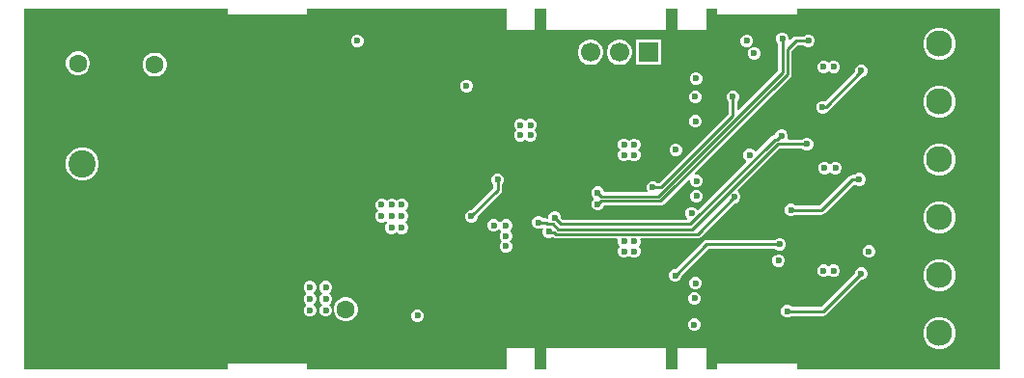
<source format=gbr>
%TF.GenerationSoftware,Altium Limited,Altium Designer,22.5.1 (42)*%
G04 Layer_Physical_Order=4*
G04 Layer_Color=16711680*
%FSLAX45Y45*%
%MOMM*%
%TF.SameCoordinates,F63A7803-94E7-494B-9888-F8709FA5C5B4*%
%TF.FilePolarity,Positive*%
%TF.FileFunction,Copper,L4,Bot,Signal*%
%TF.Part,Single*%
G01*
G75*
%TA.AperFunction,Conductor*%
%ADD31C,0.25400*%
%TA.AperFunction,ComponentPad*%
%ADD33R,1.70000X1.70000*%
%ADD34C,1.70000*%
%ADD35C,2.40000*%
%ADD36C,1.60000*%
%ADD37C,2.30000*%
%TA.AperFunction,ViaPad*%
%ADD38C,0.60000*%
G36*
X8560000Y0D02*
X6780000D01*
Y50000D01*
X6080000D01*
Y0D01*
X5980000D01*
Y180000D01*
X5730000D01*
Y0D01*
X5630000D01*
Y180000D01*
X4580000D01*
Y0D01*
X4480000D01*
Y180000D01*
X4230000D01*
Y0D01*
X2480000D01*
Y50000D01*
X1780000D01*
Y0D01*
X0D01*
Y3160000D01*
X1780000D01*
Y3109999D01*
X2480000D01*
Y3160000D01*
X4230000D01*
Y2980000D01*
X4480000D01*
Y3160000D01*
X4580000D01*
Y2980000D01*
X5630000D01*
Y3160000D01*
X5730000D01*
Y2980000D01*
X5980000D01*
Y3160000D01*
X6080000D01*
Y3109999D01*
X6780000D01*
Y3160000D01*
X8560000D01*
Y0D01*
D02*
G37*
%LPC*%
G36*
X6661620Y2955600D02*
X6639580D01*
X6619219Y2947166D01*
X6603634Y2931581D01*
X6595200Y2911220D01*
Y2889180D01*
X6603634Y2868818D01*
X6611754Y2860699D01*
Y2618757D01*
X6265680Y2272684D01*
X6253947Y2277544D01*
Y2349900D01*
X6262066Y2358019D01*
X6270501Y2378381D01*
Y2400421D01*
X6262066Y2420782D01*
X6246482Y2436367D01*
X6226120Y2444801D01*
X6204081D01*
X6183719Y2436367D01*
X6168135Y2420782D01*
X6159701Y2400421D01*
Y2378381D01*
X6168135Y2358019D01*
X6176254Y2349900D01*
Y2240391D01*
X5570210Y1634347D01*
X5551201D01*
X5543082Y1642467D01*
X5522720Y1650901D01*
X5500681D01*
X5480319Y1642467D01*
X5464735Y1626882D01*
X5456301Y1606521D01*
Y1584481D01*
X5463398Y1567348D01*
X5457613Y1554647D01*
X5084701D01*
Y1558121D01*
X5076266Y1578482D01*
X5060682Y1594067D01*
X5040320Y1602501D01*
X5018281D01*
X4997919Y1594067D01*
X4982335Y1578482D01*
X4973901Y1558121D01*
Y1536081D01*
X4982335Y1515719D01*
X4993621Y1504433D01*
X4996542Y1496301D01*
X4993621Y1488169D01*
X4982335Y1476882D01*
X4973901Y1456521D01*
Y1434481D01*
X4982335Y1414119D01*
X4997919Y1398535D01*
X5018281Y1390101D01*
X5040320D01*
X5060682Y1398535D01*
X5076266Y1414119D01*
X5084701Y1434481D01*
Y1436554D01*
X5580469D01*
X5595335Y1439511D01*
X5607937Y1447932D01*
X5827837Y1667832D01*
X5836674Y1663583D01*
X5839301Y1661335D01*
Y1640281D01*
X5847735Y1619919D01*
X5863319Y1604335D01*
X5883681Y1595901D01*
X5905720D01*
X5926082Y1604335D01*
X5941667Y1619919D01*
X5950101Y1640281D01*
Y1662321D01*
X5941667Y1682682D01*
X5926082Y1698267D01*
X5905720Y1706701D01*
X5884666D01*
X5882418Y1709327D01*
X5878169Y1718164D01*
X6718469Y2558464D01*
X6726890Y2571066D01*
X6729847Y2585932D01*
Y2789509D01*
X6784492Y2844154D01*
X6839400D01*
X6847519Y2836035D01*
X6867881Y2827601D01*
X6889920D01*
X6910282Y2836035D01*
X6925867Y2851619D01*
X6934301Y2871981D01*
Y2894021D01*
X6925867Y2914382D01*
X6910282Y2929967D01*
X6889920Y2938401D01*
X6867881D01*
X6847519Y2929967D01*
X6839400Y2921847D01*
X6768401D01*
X6753535Y2918890D01*
X6740932Y2910469D01*
X6718033Y2887571D01*
X6706000Y2893498D01*
Y2911220D01*
X6697566Y2931581D01*
X6681982Y2947166D01*
X6661620Y2955600D01*
D02*
G37*
G36*
X6348820Y2937200D02*
X6326780D01*
X6306418Y2928766D01*
X6290834Y2913181D01*
X6282400Y2892820D01*
Y2870780D01*
X6290834Y2850418D01*
X6306418Y2834834D01*
X6326780Y2826400D01*
X6348820D01*
X6369181Y2834834D01*
X6384766Y2850418D01*
X6393200Y2870780D01*
Y2892820D01*
X6384766Y2913181D01*
X6369181Y2928766D01*
X6348820Y2937200D01*
D02*
G37*
G36*
X2930620Y2936301D02*
X2908581D01*
X2888219Y2927867D01*
X2872635Y2912282D01*
X2864201Y2891921D01*
Y2869881D01*
X2872635Y2849519D01*
X2888219Y2833935D01*
X2908581Y2825501D01*
X2930620D01*
X2950982Y2833935D01*
X2966566Y2849519D01*
X2975000Y2869881D01*
Y2891921D01*
X2966566Y2912282D01*
X2950982Y2927867D01*
X2930620Y2936301D01*
D02*
G37*
G36*
X6413320Y2827901D02*
X6391281D01*
X6370919Y2819467D01*
X6355335Y2803882D01*
X6346901Y2783521D01*
Y2761481D01*
X6355335Y2741119D01*
X6370919Y2725535D01*
X6391281Y2717101D01*
X6413320D01*
X6433682Y2725535D01*
X6449267Y2741119D01*
X6457701Y2761481D01*
Y2783521D01*
X6449267Y2803882D01*
X6433682Y2819467D01*
X6413320Y2827901D01*
D02*
G37*
G36*
X8044985Y2995601D02*
X8008016D01*
X7972308Y2986033D01*
X7940293Y2967549D01*
X7914153Y2941408D01*
X7895669Y2909393D01*
X7886101Y2873685D01*
Y2836717D01*
X7895669Y2801008D01*
X7914153Y2768993D01*
X7940293Y2742853D01*
X7972308Y2724369D01*
X8008016Y2714801D01*
X8044985D01*
X8080693Y2724369D01*
X8112708Y2742853D01*
X8138848Y2768993D01*
X8157332Y2801008D01*
X8166900Y2836717D01*
Y2873685D01*
X8157332Y2909393D01*
X8138848Y2941408D01*
X8112708Y2967549D01*
X8080693Y2986033D01*
X8044985Y2995601D01*
D02*
G37*
G36*
X7110420Y2707401D02*
X7088381D01*
X7068019Y2698967D01*
X7054951Y2685898D01*
X7041882Y2698967D01*
X7021520Y2707401D01*
X6999481D01*
X6979119Y2698967D01*
X6963535Y2683382D01*
X6955101Y2663021D01*
Y2640981D01*
X6963535Y2620619D01*
X6963535Y2620619D01*
D01*
X6979119Y2605035D01*
X6999481Y2596601D01*
X7021520D01*
X7041882Y2605035D01*
X7054951Y2618103D01*
X7068019Y2605035D01*
X7088381Y2596601D01*
X7110420D01*
X7130782Y2605035D01*
X7137501Y2611753D01*
X7146366Y2620619D01*
X7154801Y2640981D01*
Y2663021D01*
X7146366Y2683382D01*
X7130782Y2698967D01*
X7110420Y2707401D01*
D02*
G37*
G36*
X5584200Y2889401D02*
X5363401D01*
Y2668601D01*
X5584200D01*
Y2889401D01*
D02*
G37*
G36*
X5234335D02*
X5205266D01*
X5177188Y2881877D01*
X5152013Y2867343D01*
X5131459Y2846788D01*
X5116924Y2821614D01*
X5109401Y2793535D01*
Y2764466D01*
X5116924Y2736388D01*
X5131459Y2711214D01*
X5152013Y2690659D01*
X5177188Y2676124D01*
X5205266Y2668601D01*
X5234335D01*
X5262413Y2676124D01*
X5287588Y2690659D01*
X5308143Y2711214D01*
X5322677Y2736388D01*
X5330200Y2764466D01*
Y2793535D01*
X5322677Y2821614D01*
X5308143Y2846788D01*
X5287588Y2867343D01*
X5262413Y2881877D01*
X5234335Y2889401D01*
D02*
G37*
G36*
X4980335D02*
X4951266D01*
X4923188Y2881877D01*
X4898013Y2867343D01*
X4877459Y2846788D01*
X4862924Y2821614D01*
X4855401Y2793535D01*
Y2764466D01*
X4862924Y2736388D01*
X4877459Y2711214D01*
X4898013Y2690659D01*
X4923188Y2676124D01*
X4951266Y2668601D01*
X4980335D01*
X5008413Y2676124D01*
X5033588Y2690659D01*
X5054143Y2711214D01*
X5068677Y2736388D01*
X5076200Y2764466D01*
Y2793535D01*
X5068677Y2821614D01*
X5054143Y2846788D01*
X5033588Y2867343D01*
X5008413Y2881877D01*
X4980335Y2889401D01*
D02*
G37*
G36*
X483817Y2789800D02*
X456064D01*
X429258Y2782617D01*
X405223Y2768741D01*
X385600Y2749117D01*
X371724Y2725083D01*
X364541Y2698277D01*
Y2670524D01*
X371724Y2643717D01*
X385600Y2619683D01*
X405223Y2600059D01*
X429258Y2586183D01*
X456064Y2579000D01*
X483817D01*
X510624Y2586183D01*
X534658Y2600059D01*
X554282Y2619683D01*
X568158Y2643717D01*
X575340Y2670524D01*
Y2698277D01*
X568158Y2725083D01*
X554282Y2749117D01*
X534658Y2768741D01*
X510624Y2782617D01*
X483817Y2789800D01*
D02*
G37*
G36*
X1156117Y2777800D02*
X1128364D01*
X1101558Y2770617D01*
X1077523Y2756741D01*
X1057900Y2737117D01*
X1044024Y2713083D01*
X1036841Y2686277D01*
Y2658524D01*
X1044024Y2631717D01*
X1057900Y2607683D01*
X1077523Y2588059D01*
X1101558Y2574183D01*
X1128364Y2567000D01*
X1156117D01*
X1182923Y2574183D01*
X1206958Y2588059D01*
X1226581Y2607683D01*
X1240458Y2631717D01*
X1247640Y2658524D01*
Y2686277D01*
X1240458Y2713083D01*
X1226581Y2737117D01*
X1206958Y2756741D01*
X1182923Y2770617D01*
X1156117Y2777800D01*
D02*
G37*
G36*
X5901844Y2606801D02*
X5879805D01*
X5859443Y2598367D01*
X5843859Y2582782D01*
X5835425Y2562421D01*
Y2540381D01*
X5843859Y2520019D01*
X5859443Y2504435D01*
X5879805Y2496001D01*
X5901844D01*
X5922206Y2504435D01*
X5937791Y2520019D01*
X5946225Y2540381D01*
Y2562421D01*
X5937791Y2582782D01*
X5922206Y2598367D01*
X5901844Y2606801D01*
D02*
G37*
G36*
X3888820Y2541000D02*
X3866780D01*
X3846419Y2532566D01*
X3830834Y2516982D01*
X3822400Y2496620D01*
Y2474580D01*
X3830834Y2454219D01*
X3846419Y2438634D01*
X3866780Y2430200D01*
X3888820D01*
X3909181Y2438634D01*
X3924766Y2454219D01*
X3933200Y2474580D01*
Y2496620D01*
X3924766Y2516982D01*
X3909181Y2532566D01*
X3888820Y2541000D01*
D02*
G37*
G36*
X7351697Y2673001D02*
X7329658D01*
X7309296Y2664567D01*
X7293712Y2648982D01*
X7285278Y2628621D01*
Y2612538D01*
X7022946Y2350207D01*
X7012820Y2354401D01*
X6990781D01*
X6970419Y2345967D01*
X6954835Y2330382D01*
X6946401Y2310021D01*
Y2287981D01*
X6954835Y2267619D01*
X6970419Y2252035D01*
X6990781Y2243601D01*
X7012820D01*
X7033182Y2252035D01*
X7048766Y2267619D01*
X7049480Y2269341D01*
X7056939Y2274326D01*
X7344815Y2562201D01*
X7351697D01*
X7372059Y2570635D01*
X7387643Y2586219D01*
X7396077Y2606581D01*
Y2628621D01*
X7387643Y2648982D01*
X7372059Y2664567D01*
X7351697Y2673001D01*
D02*
G37*
G36*
X5897120Y2445100D02*
X5875080D01*
X5854719Y2436666D01*
X5839134Y2421082D01*
X5830700Y2400720D01*
Y2378680D01*
X5839134Y2358319D01*
X5854719Y2342734D01*
X5875080Y2334300D01*
X5897120D01*
X5917481Y2342734D01*
X5933066Y2358319D01*
X5941500Y2378680D01*
Y2400720D01*
X5933066Y2421082D01*
X5917481Y2436666D01*
X5897120Y2445100D01*
D02*
G37*
G36*
X8044985Y2487601D02*
X8008016D01*
X7972308Y2478033D01*
X7940293Y2459549D01*
X7914153Y2433408D01*
X7895669Y2401393D01*
X7886101Y2365685D01*
Y2328717D01*
X7895669Y2293008D01*
X7914153Y2260993D01*
X7940293Y2234853D01*
X7972308Y2216369D01*
X8008016Y2206801D01*
X8044985D01*
X8080693Y2216369D01*
X8112708Y2234853D01*
X8138848Y2260993D01*
X8157332Y2293008D01*
X8166900Y2328717D01*
Y2365685D01*
X8157332Y2401393D01*
X8138848Y2433408D01*
X8112708Y2459549D01*
X8080693Y2478033D01*
X8044985Y2487601D01*
D02*
G37*
G36*
X4450595Y2197432D02*
X4428555D01*
X4408193Y2188998D01*
X4395125Y2175930D01*
X4382057Y2188998D01*
X4361695Y2197432D01*
X4339655D01*
X4319294Y2188998D01*
X4303709Y2173413D01*
X4295275Y2153052D01*
Y2131012D01*
X4303709Y2110651D01*
X4316778Y2097582D01*
X4303709Y2084513D01*
X4295275Y2064152D01*
Y2042112D01*
X4303709Y2021751D01*
X4319293Y2006166D01*
X4339655Y1997732D01*
X4361695D01*
X4382056Y2006166D01*
X4395125Y2019235D01*
X4408193Y2006166D01*
X4428555Y1997732D01*
X4450595D01*
X4470956Y2006166D01*
X4486541Y2021751D01*
X4494975Y2042112D01*
Y2064152D01*
X4486541Y2084513D01*
X4473472Y2097582D01*
X4486541Y2110651D01*
X4494975Y2131012D01*
Y2153052D01*
X4486541Y2173413D01*
X4470956Y2188998D01*
X4450595Y2197432D01*
D02*
G37*
G36*
X5898544Y2228901D02*
X5876505D01*
X5856143Y2220466D01*
X5840559Y2204882D01*
X5832124Y2184520D01*
Y2162481D01*
X5840559Y2142119D01*
X5856143Y2126535D01*
X5876505Y2118101D01*
X5898544D01*
X5918906Y2126535D01*
X5934490Y2142119D01*
X5942924Y2162481D01*
Y2184520D01*
X5934490Y2204882D01*
X5918906Y2220466D01*
X5898544Y2228901D01*
D02*
G37*
G36*
X5359793Y2023673D02*
X5337754D01*
X5317392Y2015239D01*
X5304324Y2002171D01*
X5291255Y2015239D01*
X5270894Y2023673D01*
X5248854D01*
X5228492Y2015239D01*
X5212908Y1999655D01*
X5204474Y1979293D01*
Y1957254D01*
X5212908Y1936892D01*
X5225976Y1923823D01*
X5212908Y1910755D01*
X5204474Y1890393D01*
Y1868354D01*
X5212908Y1847992D01*
X5228492Y1832408D01*
X5248854Y1823973D01*
X5270893D01*
X5291255Y1832408D01*
X5304324Y1845476D01*
X5317392Y1832408D01*
X5337754Y1823973D01*
X5359793D01*
X5380155Y1832408D01*
X5395740Y1847992D01*
X5404174Y1868354D01*
Y1890393D01*
X5395740Y1910755D01*
X5382671Y1923823D01*
X5395740Y1936892D01*
X5404174Y1957254D01*
Y1979293D01*
X5395740Y1999655D01*
X5380155Y2015239D01*
X5359793Y2023673D01*
D02*
G37*
G36*
X6653420Y2101300D02*
X6631380D01*
X6611019Y2092866D01*
X6595434Y2077281D01*
X6587000Y2056920D01*
Y2054800D01*
X6586847Y2054647D01*
X6583301D01*
X6568435Y2051690D01*
X6555832Y2043269D01*
X6419341Y1906778D01*
X6409766Y1908682D01*
X6394182Y1924267D01*
X6373820Y1932701D01*
X6351781D01*
X6331419Y1924267D01*
X6315835Y1908682D01*
X6307401Y1888321D01*
Y1866281D01*
X6315835Y1845919D01*
X6329767Y1831987D01*
X6330555Y1817993D01*
X5909706Y1397144D01*
X5900466Y1398982D01*
X5884882Y1414566D01*
X5864520Y1423000D01*
X5842480D01*
X5822119Y1414566D01*
X5806534Y1398981D01*
X5798100Y1378620D01*
Y1356580D01*
X5806534Y1336219D01*
X5817306Y1325447D01*
X5812046Y1312747D01*
X4725070D01*
X4709167Y1328649D01*
Y1340132D01*
X4700733Y1360494D01*
X4685148Y1376078D01*
X4664787Y1384512D01*
X4642747D01*
X4622385Y1376078D01*
X4606801Y1360494D01*
X4598367Y1340132D01*
Y1330881D01*
X4598048Y1330245D01*
X4585667Y1321444D01*
X4578050Y1322959D01*
X4551888D01*
X4541331Y1333515D01*
X4520970Y1341950D01*
X4498930D01*
X4478568Y1333515D01*
X4462984Y1317931D01*
X4454550Y1297569D01*
Y1275530D01*
X4462984Y1255168D01*
X4478568Y1239584D01*
X4498930Y1231150D01*
X4520970D01*
X4540775Y1239353D01*
X4542829Y1238386D01*
X4551311Y1231603D01*
X4545279Y1217042D01*
Y1195002D01*
X4553714Y1174640D01*
X4569298Y1159056D01*
X4589660Y1150622D01*
X4611699D01*
X4632061Y1159056D01*
X4634590Y1161585D01*
X4639143Y1157032D01*
X4651746Y1148611D01*
X4666611Y1145654D01*
X5198544D01*
X5205600Y1135095D01*
X5204274Y1131893D01*
Y1109854D01*
X5212708Y1089492D01*
X5225776Y1076424D01*
X5212708Y1063355D01*
X5204274Y1042993D01*
Y1020954D01*
X5212708Y1000592D01*
X5228292Y985007D01*
X5248654Y976573D01*
X5270693D01*
X5291055Y985007D01*
X5304124Y998076D01*
X5317192Y985007D01*
X5337554Y976573D01*
X5359593D01*
X5379955Y985007D01*
X5395539Y1000592D01*
X5403973Y1020954D01*
Y1042993D01*
X5395539Y1063355D01*
X5382471Y1076423D01*
X5395539Y1089492D01*
X5403973Y1109854D01*
Y1131893D01*
X5402647Y1135095D01*
X5409703Y1145654D01*
X5903201D01*
X5918066Y1148611D01*
X5930669Y1157032D01*
X6230187Y1456550D01*
X6239070D01*
X6259431Y1464984D01*
X6275016Y1480569D01*
X6283450Y1500930D01*
Y1522970D01*
X6275016Y1543331D01*
X6259431Y1558916D01*
X6257593Y1568156D01*
X6625991Y1936554D01*
X6825200D01*
X6833319Y1928435D01*
X6853681Y1920001D01*
X6875720D01*
X6896082Y1928435D01*
X6911666Y1944019D01*
X6920100Y1964381D01*
Y1986420D01*
X6911666Y2006782D01*
X6896082Y2022367D01*
X6875720Y2030801D01*
X6853681D01*
X6833319Y2022367D01*
X6825200Y2014247D01*
X6703000D01*
X6694514Y2026947D01*
X6697800Y2034880D01*
Y2056920D01*
X6689366Y2077281D01*
X6673781Y2092866D01*
X6653420Y2101300D01*
D02*
G37*
G36*
X5724220Y1979600D02*
X5702180D01*
X5681818Y1971166D01*
X5666234Y1955582D01*
X5657800Y1935220D01*
Y1913180D01*
X5666234Y1892819D01*
X5681818Y1877234D01*
X5702180Y1868800D01*
X5724220D01*
X5744581Y1877234D01*
X5760166Y1892819D01*
X5768600Y1913180D01*
Y1935220D01*
X5760166Y1955582D01*
X5744581Y1971166D01*
X5724220Y1979600D01*
D02*
G37*
G36*
X7126520Y1820600D02*
X7104480D01*
X7084118Y1812166D01*
X7075697Y1803744D01*
X7067400Y1797443D01*
X7059103Y1803744D01*
X7050681Y1812166D01*
X7030320Y1820600D01*
X7008280D01*
X6987918Y1812166D01*
X6972334Y1796581D01*
X6963900Y1776220D01*
Y1754180D01*
X6972334Y1733818D01*
X6987918Y1718234D01*
X7008280Y1709800D01*
X7030320D01*
X7050681Y1718234D01*
X7059103Y1726656D01*
X7067400Y1732957D01*
X7075697Y1726656D01*
X7084118Y1718234D01*
X7104480Y1709800D01*
X7126520D01*
X7146881Y1718234D01*
X7162466Y1733818D01*
X7170900Y1754180D01*
Y1776220D01*
X7162466Y1796581D01*
X7146881Y1812166D01*
X7126520Y1820600D01*
D02*
G37*
G36*
X8044985Y1979601D02*
X8008016D01*
X7972308Y1970033D01*
X7940293Y1951549D01*
X7914153Y1925408D01*
X7895669Y1893393D01*
X7886101Y1857685D01*
Y1820717D01*
X7895669Y1785008D01*
X7914153Y1752993D01*
X7940293Y1726853D01*
X7972308Y1708369D01*
X8008016Y1698801D01*
X8044985D01*
X8080693Y1708369D01*
X8112708Y1726853D01*
X8138848Y1752993D01*
X8157332Y1785008D01*
X8166900Y1820717D01*
Y1857685D01*
X8157332Y1893393D01*
X8138848Y1925408D01*
X8112708Y1951549D01*
X8080693Y1970033D01*
X8044985Y1979601D01*
D02*
G37*
G36*
X527243Y1946501D02*
X488958D01*
X451978Y1936592D01*
X418823Y1917450D01*
X391752Y1890378D01*
X372609Y1857223D01*
X362701Y1820243D01*
Y1781959D01*
X372609Y1744978D01*
X391752Y1711823D01*
X418823Y1684752D01*
X451978Y1665610D01*
X488958Y1655701D01*
X527243D01*
X564223Y1665610D01*
X597378Y1684752D01*
X624449Y1711823D01*
X643592Y1744978D01*
X653500Y1781959D01*
Y1820243D01*
X643592Y1857223D01*
X624449Y1890378D01*
X597378Y1917450D01*
X564223Y1936592D01*
X527243Y1946501D01*
D02*
G37*
G36*
X7335020Y1720501D02*
X7312981D01*
X7292619Y1712067D01*
X7284500Y1703947D01*
X7264401D01*
X7249535Y1700990D01*
X7236932Y1692569D01*
X6977910Y1433547D01*
X6765201D01*
X6756082Y1442667D01*
X6735720Y1451101D01*
X6713681D01*
X6693319Y1442667D01*
X6677735Y1427082D01*
X6669301Y1406721D01*
Y1384681D01*
X6677735Y1364319D01*
X6693319Y1348735D01*
X6713681Y1340301D01*
X6735720D01*
X6756082Y1348735D01*
X6763201Y1355854D01*
X6994001D01*
X7008867Y1358811D01*
X7021469Y1367232D01*
X7280491Y1626254D01*
X7284500D01*
X7292619Y1618135D01*
X7312981Y1609701D01*
X7335020D01*
X7355382Y1618135D01*
X7370966Y1633719D01*
X7379401Y1654081D01*
Y1676121D01*
X7370966Y1696482D01*
X7355382Y1712067D01*
X7335020Y1720501D01*
D02*
G37*
G36*
X5908020Y1574101D02*
X5885981D01*
X5865619Y1565667D01*
X5850035Y1550082D01*
X5841601Y1529721D01*
Y1507681D01*
X5850035Y1487319D01*
X5865619Y1471735D01*
X5885981Y1463301D01*
X5908020D01*
X5928382Y1471735D01*
X5943967Y1487319D01*
X5952401Y1507681D01*
Y1529721D01*
X5943967Y1550082D01*
X5928382Y1565667D01*
X5908020Y1574101D01*
D02*
G37*
G36*
X4163720Y1717300D02*
X4141680D01*
X4121319Y1708866D01*
X4105734Y1693281D01*
X4097300Y1672920D01*
Y1650880D01*
X4105734Y1630518D01*
X4113854Y1622399D01*
Y1587691D01*
X3922363Y1396200D01*
X3910880D01*
X3890519Y1387766D01*
X3874934Y1372181D01*
X3866500Y1351820D01*
Y1329780D01*
X3874934Y1309419D01*
X3890519Y1293834D01*
X3910880Y1285400D01*
X3932920D01*
X3953281Y1293834D01*
X3968866Y1309419D01*
X3977300Y1329780D01*
Y1341263D01*
X4180169Y1544132D01*
X4188590Y1556734D01*
X4191547Y1571600D01*
Y1622399D01*
X4199666Y1630518D01*
X4208100Y1650880D01*
Y1672920D01*
X4199666Y1693281D01*
X4184082Y1708866D01*
X4163720Y1717300D01*
D02*
G37*
G36*
X8044985Y1471601D02*
X8008016D01*
X7972308Y1462033D01*
X7940293Y1443549D01*
X7914153Y1417409D01*
X7895669Y1385393D01*
X7886101Y1349685D01*
Y1312717D01*
X7895669Y1277009D01*
X7914153Y1244993D01*
X7940293Y1218853D01*
X7972308Y1200369D01*
X8008016Y1190801D01*
X8044985D01*
X8080693Y1200369D01*
X8112708Y1218853D01*
X8138848Y1244993D01*
X8157332Y1277009D01*
X8166900Y1312717D01*
Y1349685D01*
X8157332Y1385393D01*
X8138848Y1417409D01*
X8112708Y1443549D01*
X8080693Y1462033D01*
X8044985Y1471601D01*
D02*
G37*
G36*
X3145319Y1498401D02*
X3123280D01*
X3102918Y1489967D01*
X3087333Y1474382D01*
X3078899Y1454020D01*
Y1431981D01*
X3087333Y1411619D01*
X3097980Y1400973D01*
X3101495Y1392675D01*
X3097980Y1384379D01*
X3087333Y1373732D01*
X3078899Y1353370D01*
Y1331331D01*
X3087333Y1310969D01*
X3102918Y1295385D01*
X3123279Y1286951D01*
X3145319D01*
X3165680Y1295385D01*
X3173958Y1303662D01*
X3181787Y1299943D01*
X3185216Y1286176D01*
X3184755Y1285501D01*
X3172308Y1273055D01*
X3163874Y1252693D01*
Y1230653D01*
X3172308Y1210292D01*
X3187892Y1194707D01*
X3208254Y1186273D01*
X3230294D01*
X3250655Y1194707D01*
X3263724Y1207776D01*
X3276792Y1194707D01*
X3297154Y1186273D01*
X3319193D01*
X3339555Y1194707D01*
X3355139Y1210292D01*
X3363573Y1230653D01*
Y1252693D01*
X3355139Y1273055D01*
X3345579Y1282615D01*
X3343371Y1294221D01*
X3346293Y1298495D01*
X3358739Y1310942D01*
X3367173Y1331303D01*
Y1353343D01*
X3358739Y1373705D01*
X3348092Y1384352D01*
X3344578Y1392648D01*
X3348092Y1400945D01*
X3358739Y1411592D01*
X3367173Y1431953D01*
Y1453993D01*
X3358739Y1474355D01*
X3343155Y1489939D01*
X3322793Y1498373D01*
X3300754D01*
X3280392Y1489939D01*
X3267323Y1476871D01*
X3254255Y1489939D01*
X3233893Y1498373D01*
X3211854D01*
X3191492Y1489939D01*
X3178600Y1477047D01*
X3165681Y1489967D01*
X3145319Y1498401D01*
D02*
G37*
G36*
X6636920Y1149100D02*
X6614880D01*
X6594518Y1140666D01*
X6586399Y1132547D01*
X5982600D01*
X5967734Y1129590D01*
X5955132Y1121169D01*
X5710063Y876100D01*
X5698580D01*
X5678219Y867666D01*
X5662634Y852081D01*
X5654200Y831720D01*
Y809680D01*
X5662634Y789318D01*
X5678219Y773734D01*
X5698580Y765300D01*
X5720620D01*
X5740981Y773734D01*
X5756566Y789318D01*
X5765000Y809680D01*
Y821163D01*
X5998691Y1054854D01*
X6586399D01*
X6594518Y1046734D01*
X6614880Y1038300D01*
X6636920D01*
X6657281Y1046734D01*
X6672866Y1062319D01*
X6681300Y1082680D01*
Y1104720D01*
X6672866Y1125082D01*
X6657281Y1140666D01*
X6636920Y1149100D01*
D02*
G37*
G36*
X4129350Y1316811D02*
X4107311D01*
X4086949Y1308377D01*
X4071364Y1292792D01*
X4062930Y1272431D01*
Y1250391D01*
X4071364Y1230030D01*
X4086949Y1214445D01*
X4107311Y1206011D01*
X4129350D01*
X4149712Y1214445D01*
X4163641Y1228374D01*
X4173622Y1228442D01*
X4183616Y1218377D01*
X4183594Y1204113D01*
X4176729Y1197248D01*
X4168295Y1176886D01*
Y1154847D01*
X4176729Y1134485D01*
X4189797Y1121417D01*
X4176729Y1108348D01*
X4168294Y1087986D01*
Y1065947D01*
X4176729Y1045585D01*
X4192313Y1030001D01*
X4212675Y1021567D01*
X4234714D01*
X4255076Y1030001D01*
X4270660Y1045585D01*
X4279094Y1065947D01*
Y1087986D01*
X4270660Y1108348D01*
X4257592Y1121417D01*
X4270660Y1134485D01*
X4279095Y1154847D01*
Y1176886D01*
X4270660Y1197248D01*
X4264573Y1203335D01*
X4264602Y1221155D01*
X4271466Y1228019D01*
X4279901Y1248381D01*
Y1270421D01*
X4271466Y1290782D01*
X4255882Y1306367D01*
X4235520Y1314801D01*
X4213481D01*
X4193119Y1306367D01*
X4179190Y1292437D01*
X4165482Y1292345D01*
X4165296Y1292792D01*
X4149712Y1308377D01*
X4129350Y1316811D01*
D02*
G37*
G36*
X7419720Y1086000D02*
X7397680D01*
X7377318Y1077566D01*
X7361734Y1061981D01*
X7353300Y1041620D01*
Y1019580D01*
X7361734Y999218D01*
X7377318Y983634D01*
X7397680Y975200D01*
X7419720D01*
X7440081Y983634D01*
X7455666Y999218D01*
X7464100Y1019580D01*
Y1041620D01*
X7455666Y1061981D01*
X7440081Y1077566D01*
X7419720Y1086000D01*
D02*
G37*
G36*
X6628120Y1007900D02*
X6606080D01*
X6585719Y999466D01*
X6570134Y983881D01*
X6561700Y963520D01*
Y941480D01*
X6570134Y921119D01*
X6585719Y905534D01*
X6606080Y897100D01*
X6628120D01*
X6648481Y905534D01*
X6664066Y921119D01*
X6672500Y941480D01*
Y963520D01*
X6664066Y983881D01*
X6648481Y999466D01*
X6628120Y1007900D01*
D02*
G37*
G36*
X7110420Y916701D02*
X7088381D01*
X7068019Y908267D01*
X7054951Y895198D01*
X7041882Y908267D01*
X7021520Y916701D01*
X6999481D01*
X6979119Y908267D01*
X6963535Y892682D01*
X6955101Y872321D01*
Y850281D01*
X6963535Y829919D01*
X6979119Y814335D01*
X6999481Y805901D01*
X7021520D01*
X7041882Y814335D01*
X7054951Y827403D01*
X7068019Y814335D01*
X7088381Y805901D01*
X7110420D01*
X7130782Y814335D01*
X7146366Y829919D01*
X7154801Y850281D01*
Y872321D01*
X7146366Y892682D01*
X7130782Y908267D01*
X7110420Y916701D01*
D02*
G37*
G36*
X5898920Y809401D02*
X5876881D01*
X5856519Y800967D01*
X5840935Y785382D01*
X5832501Y765021D01*
Y742981D01*
X5840935Y722619D01*
X5856519Y707035D01*
X5876881Y698601D01*
X5898920D01*
X5919282Y707035D01*
X5934866Y722619D01*
X5943301Y742981D01*
Y765021D01*
X5934866Y785382D01*
X5919282Y800967D01*
X5898920Y809401D01*
D02*
G37*
G36*
X8044985Y963601D02*
X8008016D01*
X7972308Y954033D01*
X7940293Y935549D01*
X7914153Y909408D01*
X7895669Y877393D01*
X7886101Y841685D01*
Y804717D01*
X7895669Y769008D01*
X7914153Y736993D01*
X7940293Y710853D01*
X7972308Y692369D01*
X8008016Y682801D01*
X8044985D01*
X8080693Y692369D01*
X8112708Y710853D01*
X8138848Y736993D01*
X8157332Y769008D01*
X8166900Y804717D01*
Y841685D01*
X8157332Y877393D01*
X8138848Y909408D01*
X8112708Y935549D01*
X8080693Y954033D01*
X8044985Y963601D01*
D02*
G37*
G36*
X5890720Y675501D02*
X5868681D01*
X5848319Y667066D01*
X5832735Y651482D01*
X5824301Y631120D01*
Y609081D01*
X5832735Y588719D01*
X5848319Y573135D01*
X5868681Y564701D01*
X5890720D01*
X5911082Y573135D01*
X5926666Y588719D01*
X5935100Y609081D01*
Y631120D01*
X5926666Y651482D01*
X5911082Y667066D01*
X5890720Y675501D01*
D02*
G37*
G36*
X7351720Y891301D02*
X7329681D01*
X7309319Y882867D01*
X7293735Y867282D01*
X7285301Y846921D01*
Y835438D01*
X6994410Y544547D01*
X6732501D01*
X6724382Y552667D01*
X6704020Y561101D01*
X6681981D01*
X6661619Y552667D01*
X6646035Y537082D01*
X6637601Y516721D01*
Y494681D01*
X6646035Y474319D01*
X6661619Y458735D01*
X6681981Y450301D01*
X6704020D01*
X6724382Y458735D01*
X6732501Y466854D01*
X7010501D01*
X7025366Y469811D01*
X7037969Y478232D01*
X7340238Y780501D01*
X7351720D01*
X7372082Y788935D01*
X7387666Y804519D01*
X7396101Y824881D01*
Y846921D01*
X7387666Y867282D01*
X7372082Y882867D01*
X7351720Y891301D01*
D02*
G37*
G36*
X2655120Y773301D02*
X2633081D01*
X2612719Y764867D01*
X2597135Y749282D01*
X2588701Y728921D01*
Y706881D01*
X2597135Y686519D01*
X2608421Y675233D01*
X2611342Y667101D01*
X2608421Y658969D01*
X2597135Y647682D01*
X2588701Y627321D01*
Y605281D01*
X2597135Y584920D01*
X2608421Y573633D01*
X2611342Y565501D01*
X2608421Y557369D01*
X2597135Y546082D01*
X2588701Y525721D01*
Y503681D01*
X2597135Y483320D01*
X2612719Y467735D01*
X2633081Y459301D01*
X2655120D01*
X2675482Y467735D01*
X2691066Y483320D01*
X2699501Y503681D01*
Y525721D01*
X2691066Y546082D01*
X2679780Y557369D01*
X2676859Y565501D01*
X2679780Y573633D01*
X2691066Y584920D01*
X2699501Y605281D01*
Y627321D01*
X2691066Y647682D01*
X2679780Y658969D01*
X2676859Y667101D01*
X2679780Y675233D01*
X2691066Y686519D01*
X2699501Y706881D01*
Y728921D01*
X2691066Y749282D01*
X2675482Y764867D01*
X2655120Y773301D01*
D02*
G37*
G36*
X2515420D02*
X2493381D01*
X2473019Y764867D01*
X2457435Y749282D01*
X2449001Y728921D01*
Y706881D01*
X2457435Y686519D01*
X2468721Y675233D01*
X2471642Y667101D01*
X2468721Y658969D01*
X2457435Y647682D01*
X2449001Y627321D01*
Y605281D01*
X2457435Y584920D01*
X2468721Y573633D01*
X2471642Y565501D01*
X2468721Y557369D01*
X2457435Y546082D01*
X2449001Y525721D01*
Y503681D01*
X2457435Y483320D01*
X2473019Y467735D01*
X2493381Y459301D01*
X2515420D01*
X2535782Y467735D01*
X2551366Y483320D01*
X2559801Y503681D01*
Y525721D01*
X2551366Y546082D01*
X2540080Y557369D01*
X2537159Y565501D01*
X2540080Y573633D01*
X2551366Y584920D01*
X2559801Y605281D01*
Y627321D01*
X2551366Y647682D01*
X2540080Y658969D01*
X2537159Y667101D01*
X2540080Y675233D01*
X2551366Y686519D01*
X2559801Y706881D01*
Y728921D01*
X2551366Y749282D01*
X2535782Y764867D01*
X2515420Y773301D01*
D02*
G37*
G36*
X2832277Y629601D02*
X2804524D01*
X2777718Y622418D01*
X2753683Y608542D01*
X2734060Y588918D01*
X2720184Y564884D01*
X2713001Y538077D01*
Y510325D01*
X2720184Y483518D01*
X2734060Y459484D01*
X2753683Y439860D01*
X2777718Y425984D01*
X2804524Y418801D01*
X2832277D01*
X2859083Y425984D01*
X2883118Y439860D01*
X2902741Y459484D01*
X2916617Y483518D01*
X2923800Y510325D01*
Y538077D01*
X2916617Y564884D01*
X2902741Y588918D01*
X2883118Y608542D01*
X2859083Y622418D01*
X2832277Y629601D01*
D02*
G37*
G36*
X3460920Y523401D02*
X3438881D01*
X3418519Y514967D01*
X3402935Y499382D01*
X3394501Y479021D01*
Y456981D01*
X3402935Y436619D01*
X3418519Y421035D01*
X3438881Y412601D01*
X3460920D01*
X3481282Y421035D01*
X3496867Y436619D01*
X3505301Y456981D01*
Y479021D01*
X3496867Y499382D01*
X3481282Y514967D01*
X3460920Y523401D01*
D02*
G37*
G36*
X5887120Y444401D02*
X5865080D01*
X5844719Y435967D01*
X5829134Y420382D01*
X5820700Y400021D01*
Y377981D01*
X5829134Y357619D01*
X5844719Y342035D01*
X5865080Y333601D01*
X5887120D01*
X5907482Y342035D01*
X5923066Y357619D01*
X5931500Y377981D01*
Y400021D01*
X5923066Y420382D01*
X5907482Y435967D01*
X5887120Y444401D01*
D02*
G37*
G36*
X8044985Y455600D02*
X8008016D01*
X7972308Y446032D01*
X7940293Y427548D01*
X7914153Y401408D01*
X7895669Y369393D01*
X7886101Y333685D01*
Y296716D01*
X7895669Y261008D01*
X7914153Y228993D01*
X7940293Y202853D01*
X7972308Y184369D01*
X8008016Y174801D01*
X8044985D01*
X8080693Y184369D01*
X8112708Y202853D01*
X8138848Y228993D01*
X8157332Y261008D01*
X8166900Y296716D01*
Y333685D01*
X8157332Y369393D01*
X8138848Y401408D01*
X8112708Y427548D01*
X8080693Y446032D01*
X8044985Y455600D01*
D02*
G37*
%LPD*%
D31*
X5903201Y1184501D02*
X6228050Y1509350D01*
Y1511950D01*
X6609901Y1975401D02*
X6863601D01*
X4683345Y1224901D02*
X5859401D01*
X6609901Y1975401D01*
X5841400Y1273900D02*
X6583301Y2015801D01*
X4653767Y1329112D02*
X4708979Y1273900D01*
X6602938Y2015801D02*
X6633037Y2045900D01*
X4708979Y1273900D02*
X5841400D01*
X6583301Y2015801D02*
X6602938D01*
X4666611Y1184501D02*
X5903201D01*
X4603473Y1203228D02*
X4647884D01*
X4600679Y1206022D02*
X4603473Y1203228D01*
X4647884D02*
X4666611Y1184501D01*
X4152700Y1571600D02*
Y1661900D01*
X3921900Y1340800D02*
X4152700Y1571600D01*
X4578050Y1284113D02*
X4590750Y1271412D01*
X4512387Y1284113D02*
X4578050D01*
X4590750Y1271412D02*
X4636834D01*
X4509950Y1286550D02*
X4512387Y1284113D01*
X4636834Y1271412D02*
X4683345Y1224901D01*
X5709600Y820700D02*
X5982600Y1093700D01*
X6625900D01*
X6633037Y2045900D02*
X6642400D01*
X6650600Y2602666D02*
Y2900200D01*
X5563735Y1515801D02*
X6650600Y2602666D01*
X5580469Y1475401D02*
X6691000Y2585932D01*
Y2805600D02*
X6768401Y2883001D01*
X6691000Y2585932D02*
Y2805600D01*
X6768401Y2883001D02*
X6878901D01*
X5059201Y1475401D02*
X5580469D01*
X6215101Y2224301D02*
Y2396145D01*
X5511701Y1595501D02*
X5586301D01*
X6215101Y2224301D01*
X5062101Y1515801D02*
X5563735D01*
X6725701Y1394701D02*
X6994001D01*
X7264401Y1665101D01*
X7324001D01*
X6724701Y1395701D02*
X6725701Y1394701D01*
X5030801Y1547101D02*
X5062101Y1515801D01*
X5029301Y1445501D02*
X5059201Y1475401D01*
X7004594Y2301794D02*
X7029471D01*
X7341577Y2613901D01*
X7001801Y2299001D02*
X7004594Y2301794D01*
X6693001Y505701D02*
X7010501D01*
X7340701Y835901D01*
D33*
X5473801Y2779001D02*
D03*
D34*
X5219801D02*
D03*
X4965801D02*
D03*
X4711801D02*
D03*
D35*
X508101Y1293101D02*
D03*
Y1801101D02*
D03*
D36*
X2818401Y270201D02*
D03*
Y524201D02*
D03*
X1142240Y2926400D02*
D03*
X1142241Y2672400D02*
D03*
X469940Y2938401D02*
D03*
X469941Y2684400D02*
D03*
D37*
X8026501Y315201D02*
D03*
Y823201D02*
D03*
Y1331201D02*
D03*
Y1839201D02*
D03*
Y2347201D02*
D03*
Y2855201D02*
D03*
D38*
X6228050Y1511950D02*
D03*
X4152700Y1661900D02*
D03*
X3921900Y1340800D02*
D03*
X3823000Y1547400D02*
D03*
X4525700Y1425100D02*
D03*
X4509950Y1286550D02*
D03*
X4653767Y1329112D02*
D03*
X4745700Y1331600D02*
D03*
X5709600Y820700D02*
D03*
X6625900Y1093700D02*
D03*
X6617100Y952500D02*
D03*
X5853500Y1367600D02*
D03*
X6642400Y2045900D02*
D03*
X6337800Y2881800D02*
D03*
X6402301Y2772501D02*
D03*
X6650600Y2900200D02*
D03*
X6887100Y2770700D02*
D03*
X5704800Y1812200D02*
D03*
X6199200Y921700D02*
D03*
X6020300Y923800D02*
D03*
X6928700Y959400D02*
D03*
X7221600Y950500D02*
D03*
X7313700Y946600D02*
D03*
X7408700Y1030600D02*
D03*
X7310875Y1084900D02*
D03*
X6362801Y1877301D02*
D03*
X5713200Y1924200D02*
D03*
X3594301Y1083301D02*
D03*
X3708601D02*
D03*
X3708600Y980400D02*
D03*
X3590201Y983101D02*
D03*
X1171101Y1404701D02*
D03*
X1285401D02*
D03*
X1285400Y1301800D02*
D03*
X1167000Y1304501D02*
D03*
X328101Y974801D02*
D03*
X442401D02*
D03*
X442400Y871900D02*
D03*
X324001Y874601D02*
D03*
X313501Y412401D02*
D03*
X431900Y409700D02*
D03*
X1443801Y2064801D02*
D03*
X1570801D02*
D03*
X1773975Y2055932D02*
D03*
X1685075D02*
D03*
X1773975Y1967032D02*
D03*
X1685075D02*
D03*
X1925775Y2929932D02*
D03*
X1836875D02*
D03*
X1925775Y2841032D02*
D03*
X1836875D02*
D03*
X7322775Y2962532D02*
D03*
X7233875D02*
D03*
X7322775Y2873632D02*
D03*
X7233875D02*
D03*
X7323475Y2011832D02*
D03*
X7234575D02*
D03*
X7323475Y1922932D02*
D03*
X7234575D02*
D03*
X7219200Y1088700D02*
D03*
X7029575Y175832D02*
D03*
X6940675D02*
D03*
X7029575Y86932D02*
D03*
X6940675D02*
D03*
X5507375Y2372032D02*
D03*
X5418475D02*
D03*
X5507375Y2283132D02*
D03*
X5418475D02*
D03*
X4834875Y1537232D02*
D03*
X4745975D02*
D03*
X4834875Y1448332D02*
D03*
X4745975D02*
D03*
X4530700Y1535400D02*
D03*
X2838400Y1426200D02*
D03*
X2936700Y1125000D02*
D03*
X3556800Y1519300D02*
D03*
X5886100Y2389700D02*
D03*
X3080200Y842200D02*
D03*
X4825700Y2219000D02*
D03*
X5698700Y2021700D02*
D03*
X3877800Y2485600D02*
D03*
X3410700Y2837400D02*
D03*
X4002400Y2561800D02*
D03*
X4476700Y2482000D02*
D03*
X4305100Y2491600D02*
D03*
X4596600Y2064900D02*
D03*
X5351100Y1684600D02*
D03*
X3576401Y466601D02*
D03*
X3119701Y2874101D02*
D03*
X2919600Y2880901D02*
D03*
X3449901Y468001D02*
D03*
X3134299Y1342351D02*
D03*
X3134299Y1443001D02*
D03*
X3219274Y1241673D02*
D03*
X3308173D02*
D03*
X3222874Y1442973D02*
D03*
X3311773D02*
D03*
X3222873Y1342323D02*
D03*
X3311773D02*
D03*
X4350675Y2053132D02*
D03*
X4439575D02*
D03*
X4350675Y2142032D02*
D03*
X4439575D02*
D03*
X5887901Y754001D02*
D03*
X7324001Y1665101D02*
D03*
X6724701Y1395701D02*
D03*
X4600679Y1206022D02*
D03*
X6864701Y1975401D02*
D03*
X5511701Y1595501D02*
D03*
X7001801Y2299001D02*
D03*
X6878901Y2883001D02*
D03*
X6215101Y2389401D02*
D03*
X5887524Y2173501D02*
D03*
X4223694Y1076967D02*
D03*
X4223695Y1165867D02*
D03*
X4224501Y1259401D02*
D03*
X4118330Y1261411D02*
D03*
X5029301Y1445501D02*
D03*
X5348574Y1031973D02*
D03*
X5259674D02*
D03*
X5348574Y1120873D02*
D03*
X5259674D02*
D03*
X5259874Y1968273D02*
D03*
X5348774D02*
D03*
X5259874Y1879373D02*
D03*
X5348774D02*
D03*
X6451701Y2055101D02*
D03*
X5897001Y1518701D02*
D03*
X6874800Y1875200D02*
D03*
X7337000Y2711400D02*
D03*
X6879700Y2960300D02*
D03*
X6643800Y2979800D02*
D03*
X5029301Y937501D02*
D03*
X5894701Y1651301D02*
D03*
X7340701Y835901D02*
D03*
X7010501Y861301D02*
D03*
X7099401D02*
D03*
X7019300Y1765200D02*
D03*
X7115500D02*
D03*
X7099401Y2652001D02*
D03*
X7010501D02*
D03*
X2644101Y717901D02*
D03*
X2504401D02*
D03*
Y514701D02*
D03*
Y616301D02*
D03*
X2644101Y514701D02*
D03*
Y616301D02*
D03*
X5876100Y389001D02*
D03*
X5879700Y620101D02*
D03*
X5890825Y2551401D02*
D03*
X431901Y512601D02*
D03*
X4945700Y1444101D02*
D03*
Y1544600D02*
D03*
X2971901Y1813801D02*
D03*
Y1995834D02*
D03*
Y2177867D02*
D03*
Y1631768D02*
D03*
X2756001D02*
D03*
Y2177867D02*
D03*
Y1995834D02*
D03*
Y1813801D02*
D03*
X7077400Y1184400D02*
D03*
X6703100Y1272500D02*
D03*
X1159900Y1533100D02*
D03*
X1292119D02*
D03*
X1566801Y1968601D02*
D03*
X1439801D02*
D03*
X317601Y512601D02*
D03*
X7093301Y293401D02*
D03*
X6860000Y301900D02*
D03*
X7096401Y2096801D02*
D03*
X6700300Y2171200D02*
D03*
X5244600Y722400D02*
D03*
X5418200Y720200D02*
D03*
X3510100Y1634500D02*
D03*
X3511600Y1401200D02*
D03*
X5029301Y1547101D02*
D03*
X7340677Y2617601D02*
D03*
X6693001Y505701D02*
D03*
%TF.MD5,79bcc298e2ad12ee25a96163d2211a25*%
M02*

</source>
